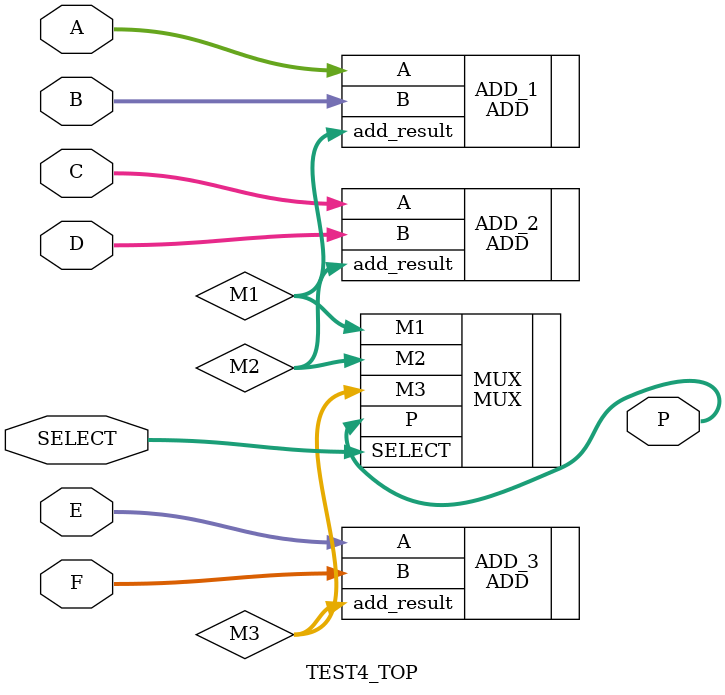
<source format=v>
module TEST4_TOP (
	input wire [7:0] A,
	input wire [7:0] B,
	input wire [7:0] C,
	input wire [7:0] D,
	input wire [7:0] E,
	input wire [7:0] F,
	input wire [7:0] SELECT,
	output wire [8:0] P
);

wire [8:0] M1;
wire [8:0] M2;
wire [8:0] M3;

ADD ADD_1(
	.A(A),
	.B(B),
	.add_result(M1)
);

ADD ADD_2(
	.A(C),
	.B(D),
	.add_result(M2)
);

ADD ADD_3(
	.A(E),
	.B(F),
	.add_result(M3)
);

MUX MUX(
	.M1(M1),
	.M2(M2),
	.M3(M3),
	.SELECT(SELECT),
	.P(P)
);

endmodule
</source>
